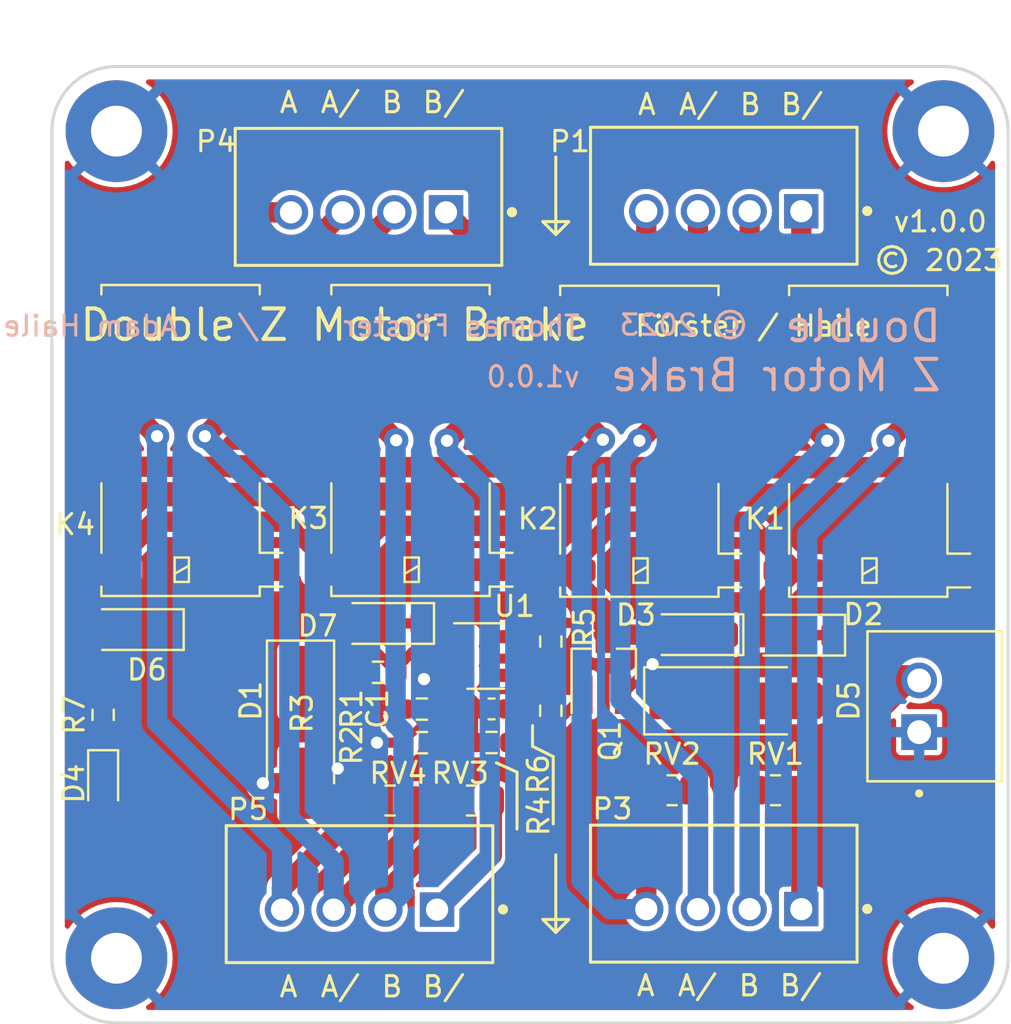
<source format=kicad_pcb>
(kicad_pcb (version 20221018) (generator pcbnew)
  (layers (0 "F.Cu" signal) (31 "B.Cu" signal) (34 "B.Paste" user) (35 "F.Paste" user) (36 "B.SilkS" user "B.Silkscreen") (37 "F.SilkS" user "F.Silkscreen") (38 "B.Mask" user) (39 "F.Mask" user) (44 "Edge.Cuts" user))
  (net 0 "")
  (net 1 "Net-(U1-Out)")
  (net 2 "Net-(U1-+)")
  (net 3 "Net-(D1-K)")
  (net 4 "GND")
  (net 5 "+24V")
  (net 6 "Net-(D2-A)")
  (net 7 "Net-(K1-Pad10)")
  (net 8 "Net-(D4-K)")
  (net 9 "Net-(P3-Pin_2)")
  (net 10 "Net-(P1-Pin_2)")
  (net 11 "Net-(P1-Pin_1)")
  (net 12 "Net-(K2-Pad10)")
  (net 13 "Net-(P3-Pin_1)")
  (net 14 "Net-(P3-Pin_3)")
  (net 15 "Net-(P1-Pin_3)")
  (net 16 "Net-(P1-Pin_4)")
  (net 17 "Net-(P3-Pin_4)")
  (net 18 "VDD")
  (net 19 "Net-(K3-Pad10)")
  (net 20 "Net-(P5-Pin_1)")
  (net 21 "Net-(P4-Pin_1)")
  (net 22 "Net-(P4-Pin_2)")
  (net 23 "Net-(P5-Pin_2)")
  (net 24 "Net-(K4-Pad10)")
  (net 25 "Net-(P5-Pin_3)")
  (net 26 "Net-(P4-Pin_3)")
  (net 27 "Net-(P4-Pin_4)")
  (net 28 "Net-(P5-Pin_4)")
  (net 29 "Net-(Q1-G)")
  (footprint "Capacitor_SMD:C_0603_1608Metric_Pad1.08x0.95mm_HandSolder" (layer "F.Cu") (at 77.4875 108.4 180)
    (fp_text reference "C1" (at 5.6055 0 90) (layer "F.SilkS"))
    (fp_text value "0.22uF")
    (fp_line (start -0.146267 -0.51) (end 0.146267 -0.51) (stroke (width 0.12)) (layer "F.SilkS"))
    (fp_line (start -0.146267 0.51) (end 0.146267 0.51) (stroke (width 0.12)) (layer "F.SilkS"))
    (pad "1" smd roundrect (at -0.8625 0 180) (size 1.075 0.95) (layers "F.Cu" "F.Paste" "F.Mask") (net 1 "Net-(U1-Out)"))
    (pad "2" smd roundrect (at 0.8625 0 180) (size 1.075 0.95) (layers "F.Cu" "F.Paste" "F.Mask") (net 2 "Net-(U1-+)"))
  )
  (footprint "Diode_SMD:D_SOD-123" (layer "F.Cu") (at 87.5 104.75 180)
    (fp_text reference "D3" (at 2.918 0.9656 180) (layer "F.SilkS"))
    (fp_text value "D_Schottky_ALT")
    (fp_line (start -2.36 -1) (end -2.36 1) (stroke (width 0.12)) (layer "F.SilkS"))
    (fp_line (start -2.36 -1) (end 1.65 -1) (stroke (width 0.12)) (layer "F.SilkS"))
    (fp_line (start -2.36 1) (end 1.65 1) (stroke (width 0.12)) (layer "F.SilkS"))
    (pad "1" smd roundrect (at -1.65 0 180) (size 0.9 1.2) (layers "F.Cu" "F.Paste" "F.Mask") (net 18 "VDD"))
    (pad "2" smd roundrect (at 1.65 0 180) (size 0.9 1.2) (layers "F.Cu" "F.Paste" "F.Mask") (net 6 "Net-(D2-A)"))
  )
  (footprint "LED_SMD:LED_0603_1608Metric_Pad1.05x0.95mm_HandSolder" (layer "F.Cu") (at 58.4 112.0875 -90)
    (fp_text reference "D4" (at -0.0227 1.4532 90) (layer "F.SilkS"))
    (fp_text value "LED")
    (fp_line (start -1.66 -0.735) (end -1.66 0.735) (stroke (width 0.12)) (layer "F.SilkS"))
    (fp_line (start -1.66 0.735) (end 0.8 0.735) (stroke (width 0.12)) (layer "F.SilkS"))
    (fp_line (start 0.8 -0.735) (end -1.66 -0.735) (stroke (width 0.12)) (layer "F.SilkS"))
    (pad "1" smd roundrect (at -0.875 0 270) (size 1.05 0.95) (layers "F.Cu" "F.Paste" "F.Mask") (net 8 "Net-(D4-K)"))
    (pad "2" smd roundrect (at 0.875 0 270) (size 1.05 0.95) (layers "F.Cu" "F.Paste" "F.Mask") (net 18 "VDD"))
  )
  (footprint "Diode_SMD:D_SMA_Handsoldering" (layer "F.Cu") (at 89.5 108)
    (fp_text reference "D5" (at 5.5468 0.0008 90) (layer "F.SilkS"))
    (fp_text value "D_ALT")
    (fp_line (start -4.51 -1.65) (end -4.51 1.65) (stroke (width 0.12)) (layer "F.SilkS"))
    (fp_line (start -4.51 -1.65) (end 2.5 -1.65) (stroke (width 0.12)) (layer "F.SilkS"))
    (fp_line (start -4.51 1.65) (end 2.5 1.65) (stroke (width 0.12)) (layer "F.SilkS"))
    (pad "1" smd roundrect (at -2.5 0) (size 3.5 1.8) (layers "F.Cu" "F.Paste" "F.Mask") (roundrect_rratio 0.1388888889) (net 18 "VDD"))
    (pad "2" smd roundrect (at 2.5 0) (size 3.5 1.8) (layers "F.Cu" "F.Paste" "F.Mask") (roundrect_rratio 0.1388888889) (net 5 "+24V"))
  )
  (footprint "MountingHole:MountingHole_2.5mm_Pad" (layer "F.Cu") (at 59.055 80.01)
    (fp_text reference "MH1" hide)
    (fp_text value "CONN_01X01" hide)
    (pad "1" thru_hole circle (at 0 0) (size 5 5) (drill 2.5) (layers "*.Cu" "*.Mask") (net 4 "GND"))
  )
  (footprint "MountingHole:MountingHole_2.5mm_Pad" (layer "F.Cu") (at 99.695 80.01)
    (fp_text reference "MH2" hide)
    (fp_text value "CONN_01X01" hide)
    (pad "1" thru_hole circle (at 0 0) (size 5 5) (drill 2.5) (layers "*.Cu" "*.Mask") (net 4 "GND"))
  )
  (footprint "MountingHole:MountingHole_2.5mm_Pad" (layer "F.Cu") (at 59.055 120.65)
    (fp_text reference "MH3" hide)
    (fp_text value "CONN_01X01" hide)
    (pad "1" thru_hole circle (at 0 0) (size 5 5) (drill 2.5) (layers "*.Cu" "*.Mask") (net 4 "GND"))
  )
  (footprint "MountingHole:MountingHole_2.5mm_Pad" (layer "F.Cu") (at 99.695 120.65)
    (fp_text reference "MH4" hide)
    (fp_text value "CONN_01X01" hide)
    (pad "1" thru_hole circle (at 0 0) (size 5 5) (drill 2.5) (layers "*.Cu" "*.Mask") (net 4 "GND"))
  )
  (footprint "Molex:MOLEX_0705430001" (layer "F.Cu") (at 98.5 108.27 -90)
    (fp_text reference "P2" hide)
    (fp_text value "CONN_01X02")
    (fp_line (start -3.685 -4.06) (end 3.685 -4.06) (stroke (width 0.127)) (layer "F.SilkS"))
    (fp_line (start -3.685 2.54) (end -3.685 -4.06) (stroke (width 0.127)) (layer "F.SilkS"))
    (fp_line (start 3.685 -4.06) (end 3.685 2.54) (stroke (width 0.127)) (layer "F.SilkS"))
    (fp_line (start 3.685 2.54) (end -3.685 2.54) (stroke (width 0.127)) (layer "F.SilkS"))
    (fp_circle (center 4.28 0) (end 4.38 0) (stroke (width 0.2)) (fill none) (layer "F.SilkS"))
    (pad "1" thru_hole rect (at 1.27 0 270) (size 1.755 1.755) (drill 1.17) (layers "*.Cu" "*.Mask") (net 4 "GND"))
    (pad "2" thru_hole circle (at -1.27 0 270) (size 1.755 1.755) (drill 1.17) (layers "*.Cu" "*.Mask") (net 5 "+24V"))
  )
  (footprint "Package_TO_SOT_SMD:SOT-23_Handsoldering" (layer "F.Cu") (at 83 106.2 90)
    (fp_text reference "Q1" (at -3.782 0.312 90) (layer "F.SilkS"))
    (fp_text value "2N7002")
    (fp_line (start 0.76 -1.58) (end -2.4 -1.58) (stroke (width 0.12)) (layer "F.SilkS"))
    (fp_line (start 0.76 -1.58) (end 0.76 -0.65) (stroke (width 0.12)) (layer "F.SilkS"))
    (fp_line (start 0.76 1.58) (end -0.7 1.58) (stroke (width 0.12)) (layer "F.SilkS"))
    (fp_line (start 0.76 1.58) (end 0.76 0.65) (stroke (width 0.12)) (layer "F.SilkS"))
    (pad "1" smd rect (at -1.5 -0.95 90) (size 1.9 0.8) (layers "F.Cu" "F.Paste" "F.Mask") (net 29 "Net-(Q1-G)"))
    (pad "2" smd rect (at -1.5 0.95 90) (size 1.9 0.8) (layers "F.Cu" "F.Paste" "F.Mask") (net 4 "GND"))
    (pad "3" smd rect (at 1.5 0 90) (size 1.9 0.8) (layers "F.Cu" "F.Paste" "F.Mask") (net 6 "Net-(D2-A)"))
  )
  (footprint "Resistor_SMD:R_0603_1608Metric_Pad0.98x0.95mm_HandSolder" (layer "F.Cu") (at 74.0664 110.0572 180)
    (fp_text reference "R2" (at 3.4544 -0.128 90) (layer "F.SilkS"))
    (fp_text value "10k")
    (fp_line (start -0.254724 -0.5225) (end 0.254724 -0.5225) (stroke (width 0.12)) (layer "F.SilkS"))
    (fp_line (start -0.254724 0.5225) (end 0.254724 0.5225) (stroke (width 0.12)) (layer "F.SilkS"))
    (pad "1" smd roundrect (at -0.9125 0 180) (size 0.975 0.95) (layers "F.Cu" "F.Paste" "F.Mask") (net 2 "Net-(U1-+)"))
    (pad "2" smd roundrect (at 0.9125 0 180) (size 0.975 0.95) (layers "F.Cu" "F.Paste" "F.Mask") (net 4 "GND"))
  )
  (footprint "Resistor_SMD:R_0603_1608Metric_Pad0.98x0.95mm_HandSolder" (layer "F.Cu") (at 71.9074 106.6)
    (fp_text reference "R3" (at -3.7338 2.0104 90) (layer "F.SilkS"))
    (fp_text value "10k")
    (fp_line (start -0.254724 -0.5225) (end 0.254724 -0.5225) (stroke (width 0.12)) (layer "F.SilkS"))
    (fp_line (start -0.254724 0.5225) (end 0.254724 0.5225) (stroke (width 0.12)) (layer "F.SilkS"))
    (pad "1" smd roundrect (at -0.9125 0) (size 0.975 0.95) (layers "F.Cu" "F.Paste" "F.Mask") (net 18 "VDD"))
    (pad "2" smd roundrect (at 0.9125 0) (size 0.975 0.95) (layers "F.Cu" "F.Paste" "F.Mask") (net 3 "Net-(D1-K)"))
  )
  (footprint "Resistor_SMD:R_0603_1608Metric_Pad0.98x0.95mm_HandSolder" (layer "F.Cu") (at 77.4875 110.05 180)
    (fp_text reference "R4" (at -2.3193 -3.615 90) (layer "F.SilkS"))
    (fp_text value "180k")
    (fp_line (start -0.254724 -0.5225) (end 0.254724 -0.5225) (stroke (width 0.12)) (layer "F.SilkS"))
    (fp_line (start -0.254724 0.5225) (end 0.254724 0.5225) (stroke (width 0.12)) (layer "F.SilkS"))
    (pad "1" smd roundrect (at -0.9125 0 180) (size 0.975 0.95) (layers "F.Cu" "F.Paste" "F.Mask") (net 1 "Net-(U1-Out)"))
    (pad "2" smd roundrect (at 0.9125 0 180) (size 0.975 0.95) (layers "F.Cu" "F.Paste" "F.Mask") (net 2 "Net-(U1-+)"))
  )
  (footprint "Resistor_SMD:R_0603_1608Metric_Pad0.98x0.95mm_HandSolder" (layer "F.Cu") (at 80.4 105.0875 -90)
    (fp_text reference "R5" (at -0.6935 -1.642 90) (layer "F.SilkS"))
    (fp_text value "10k")
    (fp_line (start -0.254724 -0.5225) (end 0.254724 -0.5225) (stroke (width 0.12)) (layer "F.SilkS"))
    (fp_line (start -0.254724 0.5225) (end 0.254724 0.5225) (stroke (width 0.12)) (layer "F.SilkS"))
    (pad "1" smd roundrect (at -0.9125 0 270) (size 0.975 0.95) (layers "F.Cu" "F.Paste" "F.Mask") (net 18 "VDD"))
    (pad "2" smd roundrect (at 0.9125 0 270) (size 0.975 0.95) (layers "F.Cu" "F.Paste" "F.Mask") (net 1 "Net-(U1-Out)"))
  )
  (footprint "Resistor_SMD:R_0603_1608Metric_Pad0.98x0.95mm_HandSolder" (layer "F.Cu") (at 80.4 108.4875 90)
    (fp_text reference "R6" (at -3.1201 -0.6186 90) (layer "F.SilkS"))
    (fp_text value "10k")
    (fp_line (start -0.254724 -0.5225) (end 0.254724 -0.5225) (stroke (width 0.12)) (layer "F.SilkS"))
    (fp_line (start -0.254724 0.5225) (end 0.254724 0.5225) (stroke (width 0.12)) (layer "F.SilkS"))
    (pad "1" smd roundrect (at -0.9125 0 90) (size 0.975 0.95) (layers "F.Cu" "F.Paste" "F.Mask") (net 29 "Net-(Q1-G)"))
    (pad "2" smd roundrect (at 0.9125 0 90) (size 0.975 0.95) (layers "F.Cu" "F.Paste" "F.Mask") (net 1 "Net-(U1-Out)"))
  )
  (footprint "Resistor_SMD:R_0603_1608Metric_Pad0.98x0.95mm_HandSolder" (layer "F.Cu") (at 58.4 108.6875 90)
    (fp_text reference "R7" (at 0 -1.43 90) (layer "F.SilkS"))
    (fp_text value "3.3k")
    (fp_line (start -0.254724 -0.5225) (end 0.254724 -0.5225) (stroke (width 0.12)) (layer "F.SilkS"))
    (fp_line (start -0.254724 0.5225) (end 0.254724 0.5225) (stroke (width 0.12)) (layer "F.SilkS"))
    (pad "1" smd roundrect (at -0.9125 0 90) (size 0.975 0.95) (layers "F.Cu" "F.Paste" "F.Mask") (net 8 "Net-(D4-K)"))
    (pad "2" smd roundrect (at 0.9125 0 90) (size 0.975 0.95) (layers "F.Cu" "F.Paste" "F.Mask") (net 6 "Net-(D2-A)"))
  )
  (footprint "Resistor_SMD:R_0805_2012Metric_Pad1.20x1.40mm_HandSolder" (layer "F.Cu") (at 91.44 112.395 180)
    (fp_text reference "RV1" (at 0 1.778) (layer "F.SilkS"))
    (fp_text value "M2012C390")
    (fp_line (start -0.227064 -0.735) (end 0.227064 -0.735) (stroke (width 0.12)) (layer "F.SilkS"))
    (fp_line (start -0.227064 0.735) (end 0.227064 0.735) (stroke (width 0.12)) (layer "F.SilkS"))
    (pad "1" smd roundrect (at -1 0 180) (size 1.2 1.4) (layers "F.Cu" "F.Paste" "F.Mask") (roundrect_rratio 0.2083333333) (net 13 "Net-(P3-Pin_1)"))
    (pad "2" smd roundrect (at 1 0 180) (size 1.2 1.4) (layers "F.Cu" "F.Paste" "F.Mask") (roundrect_rratio 0.2083333333) (net 9 "Net-(P3-Pin_2)"))
  )
  (footprint "Resistor_SMD:R_0805_2012Metric_Pad1.20x1.40mm_HandSolder" (layer "F.Cu") (at 86.36 112.395 180)
    (fp_text reference "RV2" (at 0 1.778) (layer "F.SilkS"))
    (fp_text value "M2012C390")
    (fp_line (start -0.227064 -0.735) (end 0.227064 -0.735) (stroke (width 0.12)) (layer "F.SilkS"))
    (fp_line (start -0.227064 0.735) (end 0.227064 0.735) (stroke (width 0.12)) (layer "F.SilkS"))
    (pad "1" smd roundrect (at -1 0 180) (size 1.2 1.4) (layers "F.Cu" "F.Paste" "F.Mask") (roundrect_rratio 0.2083333333) (net 14 "Net-(P3-Pin_3)"))
    (pad "2" smd roundrect (at 1 0 180) (size 1.2 1.4) (layers "F.Cu" "F.Paste" "F.Mask") (roundrect_rratio 0.2083333333) (net 17 "Net-(P3-Pin_4)"))
  )
  (footprint "Package_TO_SOT_SMD:SOT-23-5_HandSoldering" (layer "F.Cu") (at 77.2 105.8)
    (fp_text reference "U1" (at 1.413 -2.4474) (layer "F.SilkS"))
    (fp_text value "LM397")
    (fp_line (start -0.9 1.61) (end 0.9 1.61) (stroke (width 0.12)) (layer "F.SilkS"))
    (fp_line (start 0.9 -1.61) (end -1.55 -1.61) (stroke (width 0.12)) (layer "F.SilkS"))
    (pad "1" smd rect (at -1.35 -0.95) (size 1.56 0.65) (layers "F.Cu" "F.Paste" "F.Mask") (net 3 "Net-(D1-K)"))
    (pad "2" smd rect (at -1.35 0) (size 1.56 0.65) (layers "F.Cu" "F.Paste" "F.Mask") (net 4 "GND"))
    (pad "3" smd rect (at -1.35 0.95) (size 1.56 0.65) (layers "F.Cu" "F.Paste" "F.Mask") (net 2 "Net-(U1-+)"))
    (pad "4" smd rect (at 1.35 0.95) (size 1.56 0.65) (layers "F.Cu" "F.Paste" "F.Mask") (net 1 "Net-(U1-Out)"))
    (pad "5" smd rect (at 1.35 -0.95) (size 1.56 0.65) (layers "F.Cu" "F.Paste" "F.Mask") (net 18 "VDD"))
  )
  (footprint "Molex:Molex-70543-0038-0-0-MFG" (layer "F.Cu") (at 88.9 83.185)
    (fp_text reference "P1" (at -8.636 -2.667) (layer "F.SilkS") (effects (justify left)))
    (fp_text value "CONN_01X04" hide)
    (fp_line (start -6.55 -3.365) (end 6.55 -3.365) (stroke (width 0.15)) (layer "F.SilkS"))
    (fp_line (start -6.55 3.365) (end -6.55 -3.365) (stroke (width 0.15)) (layer "F.SilkS"))
    (fp_line (start -6.55 3.365) (end 6.55 3.365) (stroke (width 0.15)) (layer "F.SilkS"))
    (fp_line (start 6.55 3.365) (end 6.55 -3.365) (stroke (width 0.15)) (layer "F.SilkS"))
    (fp_circle (center 7.05 0.75) (end 7.175 0.75) (stroke (width 0.25)) (fill none) (layer "F.SilkS"))
    (pad "1" thru_hole rect (at 3.81 0.76) (size 1.69 1.69) (drill 1.09) (layers "*.Cu" "*.Mask") (net 11 "Net-(P1-Pin_1)"))
    (pad "2" thru_hole circle (at 1.27 0.76) (size 1.69 1.69) (drill 1.09) (layers "*.Cu" "*.Mask") (net 10 "Net-(P1-Pin_2)"))
    (pad "3" thru_hole circle (at -1.27 0.76) (size 1.69 1.69) (drill 1.09) (layers "*.Cu" "*.Mask") (net 15 "Net-(P1-Pin_3)"))
    (pad "4" thru_hole circle (at -3.81 0.76) (size 1.69 1.69) (drill 1.09) (layers "*.Cu" "*.Mask") (net 16 "Net-(P1-Pin_4)"))
  )
  (footprint "Diode_SMD:D_SMA_Handsoldering" (layer "F.Cu") (at 68.1 109.55 -90)
    (fp_text reference "D1" (at -1.5492 2.441 90) (layer "F.SilkS"))
    (fp_text value "10.0 V ZENER")
    (fp_line (start -4.51 -1.65) (end -4.51 1.65) (stroke (width 0.12)) (layer "F.SilkS"))
    (fp_line (start -4.51 -1.65) (end 2.5 -1.65) (stroke (width 0.12)) (layer "F.SilkS"))
    (fp_line (start -4.51 1.65) (end 2.5 1.65) (stroke (width 0.12)) (layer "F.SilkS"))
    (pad "1" smd roundrect (at -2.5 0 270) (size 3.5 1.8) (layers "F.Cu" "F.Paste" "F.Mask") (roundrect_rratio 0.1388888889) (net 3 "Net-(D1-K)"))
    (pad "2" smd roundrect (at 2.5 0 270) (size 3.5 1.8) (layers "F.Cu" "F.Paste" "F.Mask") (roundrect_rratio 0.1388888889) (net 4 "GND"))
  )
  (footprint "Diode_SMD:D_SOD-123" (layer "F.Cu") (at 92.5 104.775 180)
    (fp_text reference "D2" (at -3.258 1.016 180) (layer "F.SilkS"))
    (fp_text value "D_Schottky_ALT")
    (fp_line (start -2.36 -1) (end -2.36 1) (stroke (width 0.12)) (layer "F.SilkS"))
    (fp_line (start -2.36 -1) (end 1.65 -1) (stroke (width 0.12)) (layer "F.SilkS"))
    (fp_line (start -2.36 1) (end 1.65 1) (stroke (width 0.12)) (layer "F.SilkS"))
    (pad "1" smd roundrect (at -1.65 0 180) (size 0.9 1.2) (layers "F.Cu" "F.Paste" "F.Mask") (net 18 "VDD"))
    (pad "2" smd roundrect (at 1.65 0 180) (size 0.9 1.2) (layers "F.Cu" "F.Paste" "F.Mask") (net 6 "Net-(D2-A)"))
  )
  (footprint "Molex:Molex-70543-0038-0-0-MFG" (layer "F.Cu") (at 88.9 117.475)
    (fp_text reference "P3" (at -6.55 -4.164999) (layer "F.SilkS") (effects (justify left)))
    (fp_text value "CONN_01X04" hide)
    (fp_line (start -6.55 -3.365) (end 6.55 -3.365) (stroke (width 0.15)) (layer "F.SilkS"))
    (fp_line (start -6.55 3.365) (end -6.55 -3.365) (stroke (width 0.15)) (layer "F.SilkS"))
    (fp_line (start -6.55 3.365) (end 6.55 3.365) (stroke (width 0.15)) (layer "F.SilkS"))
    (fp_line (start 6.55 3.365) (end 6.55 -3.365) (stroke (width 0.15)) (layer "F.SilkS"))
    (fp_circle (center 7.05 0.75) (end 7.175 0.75) (stroke (width 0.25)) (fill none) (layer "F.SilkS"))
    (pad "1" thru_hole rect (at 3.81 0.76) (size 1.69 1.69) (drill 1.09) (layers "*.Cu" "*.Mask") (net 13 "Net-(P3-Pin_1)"))
    (pad "2" thru_hole circle (at 1.27 0.76) (size 1.69 1.69) (drill 1.09) (layers "*.Cu" "*.Mask") (net 9 "Net-(P3-Pin_2)"))
    (pad "3" thru_hole circle (at -1.27 0.76) (size 1.69 1.69) (drill 1.09) (layers "*.Cu" "*.Mask") (net 14 "Net-(P3-Pin_3)"))
    (pad "4" thru_hole circle (at -3.81 0.76) (size 1.69 1.69) (drill 1.09) (layers "*.Cu" "*.Mask") (net 17 "Net-(P3-Pin_4)"))
  )
  (footprint "Resistor_SMD:R_0603_1608Metric_Pad0.98x0.95mm_HandSolder" (layer "F.Cu") (at 74.0664 108.4072)
    (fp_text reference "R1" (at -3.4544 0 90) (layer "F.SilkS"))
    (fp_text value "12.4k")
    (fp_line (start -0.254724 -0.5225) (end 0.254724 -0.5225) (stroke (width 0.12)) (layer "F.SilkS"))
    (fp_line (start -0.254724 0.5225) (end 0.254724 0.5225) (stroke (width 0.12)) (layer "F.SilkS"))
    (pad "1" smd roundrect (at -0.9125 0) (size 0.975 0.95) (layers "F.Cu" "F.Paste" "F.Mask") (net 18 "VDD"))
    (pad "2" smd roundrect (at 0.9125 0) (size 0.975 0.95) (layers "F.Cu" "F.Paste" "F.Mask") (net 2 "Net-(U1-+)"))
  )
  (footprint "Relay_SMD:Relay_DPDT_Kemet_EE2_NU" (layer "F.Cu") (at 96 95.25 180)
    (fp_text reference "K1" (at 5.068 -3.81 180) (layer "F.SilkS"))
    (fp_text value "EC2-24NU")
    (fp_line (start -3.89 -7.64) (end -3.89 -7.18) (stroke (width 0.12)) (layer "F.SilkS"))
    (fp_line (start -3.89 -7.18) (end -5.01 -7.18) (stroke (width 0.12)) (layer "F.SilkS"))
    (fp_line (start -3.89 -5.52) (end -5.01 -5.52) (stroke (width 0.12)) (layer "F.SilkS"))
    (fp_line (start -3.89 -5.52) (end -3.89 -2.1) (stroke (width 0.12)) (layer "F.SilkS"))
    (fp_line (start -3.89 7.18) (end -3.89 7.64) (stroke (width 0.12)) (layer "F.SilkS"))
    (fp_line (start -0.41 -6.95) (end -0.41 -5.75) (stroke (width 0.12)) (layer "F.SilkS"))
    (fp_line (start -0.41 -6.15) (end 0.29 -6.55) (stroke (width 0.12)) (layer "F.SilkS"))
    (fp_line (start -0.41 -5.75) (end 0.29 -5.75) (stroke (width 0.12)) (layer "F.SilkS"))
    (fp_line (start 0.29 -6.95) (end -0.41 -6.95) (stroke (width 0.12)) (layer "F.SilkS"))
    (fp_line (start 0.29 -5.75) (end 0.29 -6.95) (stroke (width 0.12)) (layer "F.SilkS"))
    (fp_line (start 3.89 -7.64) (end -3.89 -7.64) (stroke (width 0.12)) (layer "F.SilkS"))
    (fp_line (start 3.89 -7.64) (end 3.89 -7.18) (stroke (width 0.12)) (layer "F.SilkS"))
    (fp_line (start 3.89 -5.52) (end 3.89 -2.1) (stroke (width 0.12)) (layer "F.SilkS"))
    (fp_line (start 3.89 7.18) (end 3.89 7.64) (stroke (width 0.12)) (layer "F.SilkS"))
    (fp_line (start 3.89 7.64) (end -3.89 7.64) (stroke (width 0.12)) (layer "F.SilkS"))
    (pad "1" smd roundrect (at -3.645 -6.35 90) (size 1.11 3) (layers "F.Cu" "F.Paste" "F.Mask") (roundrect_rratio 0.225) (net 18 "VDD"))
    (pad "3" smd roundrect (at -3.645 -1.27 90) (size 1.11 3) (layers "F.Cu" "F.Paste" "F.Mask") (roundrect_rratio 0.225) (net 7 "Net-(K1-Pad10)"))
    (pad "4" smd roundrect (at -3.645 1.27 90) (size 1.11 3) (layers "F.Cu" "F.Paste" "F.Mask") (roundrect_rratio 0.225) (net 13 "Net-(P3-Pin_1)"))
    (pad "5" smd roundrect (at -3.645 3.81 90) (size 1.11 3) (layers "F.Cu" "F.Paste" "F.Mask") (roundrect_rratio 0.225) (net 11 "Net-(P1-Pin_1)"))
    (pad "8" smd roundrect (at 3.645 3.81 90) (size 1.11 3) (layers "F.Cu" "F.Paste" "F.Mask") (roundrect_rratio 0.225) (net 10 "Net-(P1-Pin_2)"))
    (pad "9" smd roundrect (at 3.645 1.27 90) (size 1.11 3) (layers "F.Cu" "F.Paste" "F.Mask") (roundrect_rratio 0.225) (net 9 "Net-(P3-Pin_2)"))
    (pad "10" smd roundrect (at 3.645 -1.27 90) (size 1.11 3) (layers "F.Cu" "F.Paste" "F.Mask") (roundrect_rratio 0.225) (net 7 "Net-(K1-Pad10)"))
    (pad "12" smd roundrect (at 3.645 -6.35 90) (size 1.11 3) (layers "F.Cu" "F.Paste" "F.Mask") (roundrect_rratio 0.225) (net 6 "Net-(D2-A)"))
  )
  (footprint "Relay_SMD:Relay_DPDT_Kemet_EE2_NU" (layer "F.Cu") (at 84.75 95.25 180)
    (fp_text reference "K2" (at 4.994 -3.81 180) (layer "F.SilkS"))
    (fp_text value "EC2-24NU")
    (fp_line (start -3.89 -7.64) (end -3.89 -7.18) (stroke (width 0.12)) (layer "F.SilkS"))
    (fp_line (start -3.89 -7.18) (end -5.01 -7.18) (stroke (width 0.12)) (layer "F.SilkS"))
    (fp_line (start -3.89 -5.52) (end -5.01 -5.52) (stroke (width 0.12)) (layer "F.SilkS"))
    (fp_line (start -3.89 -5.52) (end -3.89 -2.1) (stroke (width 0.12)) (layer "F.SilkS"))
    (fp_line (start -3.89 7.18) (end -3.89 7.64) (stroke (width 0.12)) (layer "F.SilkS"))
    (fp_line (start -0.41 -6.95) (end -0.41 -5.75) (stroke (width 0.12)) (layer "F.SilkS"))
    (fp_line (start -0.41 -6.15) (end 0.29 -6.55) (stroke (width 0.12)) (layer "F.SilkS"))
    (fp_line (start -0.41 -5.75) (end 0.29 -5.75) (stroke (width 0.12)) (layer "F.SilkS"))
    (fp_line (start 0.29 -6.95) (end -0.41 -6.95) (stroke (width 0.12)) (layer "F.SilkS"))
    (fp_line (start 0.29 -5.75) (end 0.29 -6.95) (stroke (width 0.12)) (layer "F.SilkS"))
    (fp_line (start 3.89 -7.64) (end -3.89 -7.64) (stroke (width 0.12)) (layer "F.SilkS"))
    (fp_line (start 3.89 -7.64) (end 3.89 -7.18) (stroke (width 0.12)) (layer "F.SilkS"))
    (fp_line (start 3.89 -5.52) (end 3.89 -2.1) (stroke (width 0.12)) (layer "F.SilkS"))
    (fp_line (start 3.89 7.18) (end 3.89 7.64) (stroke (width 0.12)) (layer "F.SilkS"))
    (fp_line (start 3.89 7.64) (end -3.89 7.64) (stroke (width 0.12)) (layer "F.SilkS"))
    (pad "1" smd roundrect (at -3.645 -6.35 90) (size 1.11 3) (layers "F.Cu" "F.Paste" "F.Mask") (roundrect_rratio 0.225) (net 18 "VDD"))
    (pad "3" smd roundrect (at -3.645 -1.27 90) (size 1.11 3) (layers "F.Cu" "F.Paste" "F.Mask") (roundrect_rratio 0.225) (net 12 "Net-(K2-Pad10)"))
    (pad "4" smd roundrect (at -3.645 1.27 90) (size 1.11 3) (layers "F.Cu" "F.Paste" "F.Mask") (roundrect_rratio 0.225) (net 14 "Net-(P3-Pin_3)"))
    (pad "5" smd roundrect (at -3.645 3.81 90) (size 1.11 3) (layers "F.Cu" "F.Paste" "F.Mask") (roundrect_rratio 0.225) (net 15 "Net-(P1-Pin_3)"))
    (pad "8" smd roundrect (at 3.645 3.81 90) (size 1.11 3) (layers "F.Cu" "F.Paste" "F.Mask") (roundrect_rratio 0.225) (net 16 "Net-(P1-Pin_4)"))
    (pad "9" smd roundrect (at 3.645 1.27 90) (size 1.11 3) (layers "F.Cu" "F.Paste" "F.Mask") (roundrect_rratio 0.225) (net 17 "Net-(P3-Pin_4)"))
    (pad "10" smd roundrect (at 3.645 -1.27 90) (size 1.11 3) (layers "F.Cu" "F.Paste" "F.Mask") (roundrect_rratio 0.225) (net 12 "Net-(K2-Pad10)"))
    (pad "12" smd roundrect (at 3.645 -6.35 90) (size 1.11 3) (layers "F.Cu" "F.Paste" "F.Mask") (roundrect_rratio 0.225) (net 6 "Net-(D2-A)"))
  )
  (footprint "Resistor_SMD:R_0805_2012Metric_Pad1.20x1.40mm_HandSolder" (layer "F.Cu") (at 72.5 112.9 180)
    (fp_text reference "RV4" (at -0.398 1.3432) (layer "F.SilkS"))
    (fp_text value "M2012C390")
    (fp_line (start -0.227064 -0.735) (end 0.227064 -0.735) (stroke (width 0.12)) (layer "F.SilkS"))
    (fp_line (start -0.227064 0.735) (end 0.227064 0.735) (stroke (width 0.12)) (layer "F.SilkS"))
    (pad "1" smd roundrect (at -1 0 180) (size 1.2 1.4) (layers "F.Cu" "F.Paste" "F.Mask") (roundrect_rratio 0.2083333333) (net 25 "Net-(P5-Pin_3)"))
    (pad "2" smd roundrect (at 1 0 180) (size 1.2 1.4) (layers "F.Cu" "F.Paste" "F.Mask") (roundrect_rratio 0.2083333333) (net 28 "Net-(P5-Pin_4)"))
  )
  (footprint "Molex:Molex-70543-0038-0-0-MFG" (layer "F.Cu") (at 71.44 83.24)
    (fp_text reference "P4" (at -8.575 -2.722) (layer "F.SilkS") (effects (justify left)))
    (fp_text value "CONN_01X04" hide)
    (fp_line (start -6.55 -3.365) (end 6.55 -3.365) (stroke (width 0.15)) (layer "F.SilkS"))
    (fp_line (start -6.55 3.365) (end -6.55 -3.365) (stroke (width 0.15)) (layer "F.SilkS"))
    (fp_line (start -6.55 3.365) (end 6.55 3.365) (stroke (width 0.15)) (layer "F.SilkS"))
    (fp_line (start 6.55 3.365) (end 6.55 -3.365) (stroke (width 0.15)) (layer "F.SilkS"))
    (fp_circle (center 7.05 0.75) (end 7.175 0.75) (stroke (width 0.25)) (fill none) (layer "F.SilkS"))
    (pad "1" thru_hole rect (at 3.81 0.76) (size 1.69 1.69) (drill 1.09) (layers "*.Cu" "*.Mask") (net 21 "Net-(P4-Pin_1)"))
    (pad "2" thru_hole circle (at 1.27 0.76) (size 1.69 1.69) (drill 1.09) (layers "*.Cu" "*.Mask") (net 22 "Net-(P4-Pin_2)"))
    (pad "3" thru_hole circle (at -1.27 0.76) (size 1.69 1.69) (drill 1.09) (layers "*.Cu" "*.Mask") (net 26 "Net-(P4-Pin_3)"))
    (pad "4" thru_hole circle (at -3.81 0.76) (size 1.69 1.69) (drill 1.09) (layers "*.Cu" "*.Mask") (net 27 "Net-(P4-Pin_4)"))
  )
  (footprint "Relay_SMD:Relay_DPDT_Kemet_EE2_NU" (layer "F.Cu") (at 62.205 95.21 180)
    (fp_text reference "K4" (at 5.182 -4.1294) (layer "F.SilkS"))
    (fp_text value "EC2-24NU")
    (fp_line (start -3.89 -7.64) (end -3.89 -7.18) (stroke (width 0.12)) (layer "F.SilkS"))
    (fp_line (start -3.89 -7.18) (end -5.01 -7.18) (stroke (width 0.12)) (layer "F.SilkS"))
    (fp_line (start -3.89 -5.52) (end -5.01 -5.52) (stroke (width 0.12)) (layer "F.SilkS"))
    (fp_line (start -3.89 -5.52) (end -3.89 -2.1) (stroke (width 0.12)) (layer "F.SilkS"))
    (fp_line (start -3.89 7.18) (end -3.89 7.64) (stroke (width 0.12)) (layer "F.SilkS"))
    (fp_line (start -0.41 -6.95) (end -0.41 -5.75) (stroke (width 0.12)) (layer "F.SilkS"))
    (fp_line (start -0.41 -6.15) (end 0.29 -6.55) (stroke (width 0.12)) (layer "F.SilkS"))
    (fp_line (start -0.41 -5.75) (end 0.29 -5.75) (stroke (width 0.12)) (layer "F.SilkS"))
    (fp_line (start 0.29 -6.95) (end -0.41 -6.95) (stroke (width 0.12)) (layer "F.SilkS"))
    (fp_line (start 0.29 -5.75) (end 0.29 -6.95) (stroke (width 0.12)) (layer "F.SilkS"))
    (fp_line (start 3.89 -7.64) (end -3.89 -7.64) (stroke (width 0.12)) (layer "F.SilkS"))
    (fp_line (start 3.89 -7.64) (end 3.89 -7.18) (stroke (width 0.12)) (layer "F.SilkS"))
    (fp_line (start 3.89 -5.52) (end 3.89 -2.1) (stroke (width 0.12)) (layer "F.SilkS"))
    (fp_line (start 3.89 7.18) (end 3.89 7.64) (stroke (width 0.12)) (layer "F.SilkS"))
    (fp_line (start 3.89 7.64) (end -3.89 7.64) (stroke (width 0.12)) (layer "F.SilkS"))
    (pad "1" smd roundrect (at -3.645 -6.35 90) (size 1.11 3) (layers "F.Cu" "F.Paste" "F.Mask") (roundrect_rratio 0.225) (net 18 "VDD"))
    (pad "3" smd roundrect (at -3.645 -1.27 90) (size 1.11 3) (layers "F.Cu" "F.Paste" "F.Mask") (roundrect_rratio 0.225) (net 24 "Net-(K4-Pad10)"))
    (pad "4" smd roundrect (at -3.645 1.27 90) (size 1.11 3) (layers "F.Cu" "F.Paste" "F.Mask") (roundrect_rratio 0.225) (net 25 "Net-(P5-Pin_3)"))
    (pad "5" smd roundrect (at -3.645 3.81 90) (size 1.11 3) (layers "F.Cu" "F.Paste" "F.Mask") (roundrect_rratio 0.225) (net 26 "Net-(P4-Pin_3)"))
    (pad "8" smd roundrect (at 3.645 3.81 90) (size 1.11 3) (layers "F.Cu" "F.Paste" "F.Mask") (roundrect_rratio 0.225) (net 27 "Net-(P4-Pin_4)"))
    (pad "9" smd roundrect (at 3.645 1.27 90) (size 1.11 3) (layers "F.Cu" "F.Paste" "F.Mask") (roundrect_rratio 0.225) (net 28 "Net-(P5-Pin_4)"))
    (pad "10" smd roundrect (at 3.645 -1.27 90) (size 1.11 3) (layers "F.Cu" "F.Paste" "F.Mask") (roundrect_rratio 0.225) (net 24 "Net-(K4-Pad10)"))
    (pad "12" smd roundrect (at 3.645 -6.35 90) (size 1.11 3) (layers "F.Cu" "F.Paste" "F.Mask") (roundrect_rratio 0.225) (net 6 "Net-(D2-A)"))
  )
  (footprint "Diode_SMD:D_SOD-123" (layer "F.Cu") (at 72.3 104.2 180)
    (fp_text reference "D7" (at 3.3644 -0.1178) (layer "F.SilkS"))
    (fp_text value "D_Schottky_ALT")
    (fp_line (start -2.36 -1) (end -2.36 1) (stroke (width 0.12)) (layer "F.SilkS"))
    (fp_line (start -2.36 -1) (end 1.65 -1) (stroke (width 0.12)) (layer "F.SilkS"))
    (fp_line (start -2.36 1) (end 1.65 1) (stroke (width 0.12)) (layer "F.SilkS"))
    (pad "1" smd roundrect (at -1.65 0 180) (size 0.9 1.2) (layers "F.Cu" "F.Paste" "F.Mask") (net 18 "VDD"))
    (pad "2" smd roundrect (at 1.65 0 180) (size 0.9 1.2) (layers "F.Cu" "F.Paste" "F.Mask") (net 6 "Net-(D2-A)"))
  )
  (footprint "Molex:Molex-70543-0038-0-0-MFG" (layer "F.Cu") (at 71 117.5)
    (fp_text reference "P5" (at -6.55 -4.164999) (layer "F.SilkS") (effects (justify left)))
    (fp_text value "CONN_01X04" hide)
    (fp_line (start -6.55 -3.365) (end 6.55 -3.365) (stroke (width 0.15)) (layer "F.SilkS"))
    (fp_line (start -6.55 3.365) (end -6.55 -3.365) (stroke (width 0.15)) (layer "F.SilkS"))
    (fp_line (start -6.55 3.365) (end 6.55 3.365) (stroke (width 0.15)) (layer "F.SilkS"))
    (fp_line (start 6.55 3.365) (end 6.55 -3.365) (stroke (width 0.15)) (layer "F.SilkS"))
    (fp_circle (center 7.05 0.75) (end 7.175 0.75) (stroke (width 0.25)) (fill none) (layer "F.SilkS"))
    (pad "1" thru_hole rect (at 3.81 0.76) (size 1.69 1.69) (drill 1.09) (layers "*.Cu" "*.Mask") (net 20 "Net-(P5-Pin_1)"))
    (pad "2" thru_hole circle (at 1.27 0.76) (size 1.69 1.69) (drill 1.09) (layers "*.Cu" "*.Mask") (net 23 "Net-(P5-Pin_2)"))
    (pad "3" thru_hole circle (at -1.27 0.76) (size 1.69 1.69) (drill 1.09) (layers "*.Cu" "*.Mask") (net 25 "Net-(P5-Pin_3)"))
    (pad "4" thru_hole circle (at -3.81 0.76) (size 1.69 1.69) (drill 1.09) (layers "*.Cu" "*.Mask") (net 28 "Net-(P5-Pin_4)"))
  )
  (footprint "Diode_SMD:D_SOD-123" (layer "F.Cu") (at 60 104.5 180)
    (fp_text reference "D6" (at -0.5536 -1.9768) (layer "F.SilkS"))
    (fp_text value "D_Schottky_ALT")
    (fp_line (start -2.36 -1) (end -2.36 1) (stroke (width 0.12)) (layer "F.SilkS"))
    (fp_line (start -2.36 -1) (end 1.65 -1) (stroke (width 0.12)) (layer "F.SilkS"))
    (fp_line (start -2.36 1) (end 1.65 1) (stroke (width 0.12)) (layer "F.SilkS"))
    (pad "1" smd roundrect (at -1.65 0 180) (size 0.9 1.2) (layers "F.Cu" "F.Paste" "F.Mask") (net 18 "VDD"))
    (pad "2" smd roundrect (at 1.65 0 180) (size 0.9 1.2) (layers "F.Cu" "F.Paste" "F.Mask") (net 6 "Net-(D2-A)"))
  )
  (footprint "Resistor_SMD:R_0805_2012Metric_Pad1.20x1.40mm_HandSolder" (layer "F.Cu") (at 76.5 112.9 180)
    (fp_text reference "RV3" (at 0.554 1.3432) (layer "F.SilkS"))
    (fp_text value "M2012C390")
    (fp_line (start -0.227064 -0.735) (end 0.227064 -0.735) (stroke (width 0.12)) (layer "F.SilkS"))
    (fp_line (start -0.227064 0.735) (end 0.227064 0.735) (stroke (width 0.12)) (layer "F.SilkS"))
    (pad "1" smd roundrect (at -1 0 180) (size 1.2 1.4) (layers "F.Cu" "F.Paste" "F.Mask") (roundrect_rratio 0.2083333333) (net 20 "Net-(P5-Pin_1)"))
    (pad "2" smd roundrect (at 1 0 180) (size 1.2 1.4) (layers "F.Cu" "F.Paste" "F.Mask") (roundrect_rratio 0.2083333333) (net 23 "Net-(P5-Pin_2)"))
  )
  (footprint "Relay_SMD:Relay_DPDT_Kemet_EE2_NU" (layer "F.Cu") (at 73.505 95.21 180)
    (fp_text reference "K3" (at 5.0266 -3.8246) (layer "F.SilkS"))
    (fp_text value "EC2-24NU")
    (fp_line (start -3.89 -7.64) (end -3.89 -7.18) (stroke (width 0.12)) (layer "F.SilkS"))
    (fp_line (start -3.89 -7.18) (end -5.01 -7.18) (stroke (width 0.12)) (layer "F.SilkS"))
    (fp_line (start -3.89 -5.52) (end -5.01 -5.52) (stroke (width 0.12)) (layer "F.SilkS"))
    (fp_line (start -3.89 -5.52) (end -3.89 -2.1) (stroke (width 0.12)) (layer "F.SilkS"))
    (fp_line (start -3.89 7.18) (end -3.89 7.64) (stroke (width 0.12)) (layer "F.SilkS"))
    (fp_line (start -0.41 -6.95) (end -0.41 -5.75) (stroke (width 0.12)) (layer "F.SilkS"))
    (fp_line (start -0.41 -6.15) (end 0.29 -6.55) (stroke (width 0.12)) (layer "F.SilkS"))
    (fp_line (start -0.41 -5.75) (end 0.29 -5.75) (stroke (width 0.12)) (layer "F.SilkS"))
    (fp_line (start 0.29 -6.95) (end -0.41 -6.95) (stroke (width 0.12)) (layer "F.SilkS"))
    (fp_line (start 0.29 -5.75) (end 0.29 -6.95) (stroke (width 0.12)) (layer "F.SilkS"))
    (fp_line (start 3.89 -7.64) (end -3.89 -7.64) (stroke (width 0.12)) (layer "F.SilkS"))
    (fp_line (start 3.89 -7.64) (end 3.89 -7.18) (stroke (width 0.12)) (layer "F.SilkS"))
    (fp_line (start 3.89 -5.52) (end 3.89 -2.1) (stroke (width 0.12)) (layer "F.SilkS"))
    (fp_line (start 3.89 7.18) (end 3.89 7.64) (stroke (width 0.12)) (layer "F.SilkS"))
    (fp_line (start 3.89 7.64) (end -3.89 7.64) (stroke (width 0.12)) (layer "F.SilkS"))
    (pad "1" smd roundrect (at -3.645 -6.35 90) (size 1.11 3) (layers "F.Cu" "F.Paste" "F.Mask") (roundrect_rratio 0.225) (net 18 "VDD"))
    (pad "3" smd roundrect (at -3.645 -1.27 90) (size 1.11 3) (layers "F.Cu" "F.Paste" "F.Mask") (roundrect_rratio 0.225) (net 19 "Net-(K3-Pad10)"))
    (pad "4" smd roundrect (at -3.645 1.27 90) (size 1.11 3) (layers "F.Cu" "F.Paste" "F.Mask") (roundrect_rratio 0.225) (net 20 "Net-(P5-Pin_1)"))
    (pad "5" smd roundrect (at -3.645 3.81 90) (size 1.11 3) (layers "F.Cu" "F.Paste" "F.Mask") (roundrect_rratio 0.225) (net 21 "Net-(P4-Pin_1)"))
    (pad "8" smd roundrect (at 3.645 3.81 90) (size 1.11 3) (layers "F.Cu" "F.Paste" "F.Mask") (roundrect_rratio 0.225) (net 22 "Net-(P4-Pin_2)"))
    (pad "9" smd roundrect (at 3.645 1.27 90) (size 1.11 3) (layers "F.Cu" "F.Paste" "F.Mask") (roundrect_rratio 0.225) (net 23 "Net-(P5-Pin_2)"))
    (pad "10" smd roundrect (at 3.645 -1.27 90) (size 1.11 3) (layers "F.Cu" "F.Paste" "F.Mask") (roundrect_rratio 0.225) (net 19 "Net-(K3-Pad10)"))
    (pad "12" smd roundrect (at 3.645 -6.35 90) (size 1.11 3) (layers "F.Cu" "F.Paste" "F.Mask") (roundrect_rratio 0.225) (net 6 "Net-(D2-A)"))
  )
  (gr_line (start 81.28 84.455) (end 80.645 85.09) (stroke (width 0.15)) (layer "F.SilkS"))
  (gr_line (start 81.28 118.745) (end 80.645 119.38) (stroke (width 0.15)) (layer "F.SilkS"))
  (gr_line (start 80.645 115.57) (end 80.645 119.38) (stroke (width 0.15)) (layer "F.SilkS"))
  (gr_line (start 80.01 118.745) (end 81.28 118.745) (stroke (width 0.15)) (layer "F.SilkS"))
  (gr_line (start 80.645 119.38) (end 80.01 118.745) (stroke (width 0.15)) (layer "F.SilkS"))
  (gr_line (start 79.502 110.236) (end 79.502 109.22) (stroke (width 0.15)) (layer "F.SilkS"))
  (gr_line (start 80.01 84.455) (end 81.28 84.455) (stroke (width 0.15)) (layer "F.SilkS"))
  (gr_line (start 80.518 114.046) (end 80.518 110.744) (stroke (width 0.15)) (layer "F.SilkS"))
  (gr_line (start 80.645 85.09) (end 80.01 84.455) (stroke (width 0.15)) (layer "F.SilkS"))
  (gr_line (start 78.74 114.3) (end 78.74 111.506) (stroke (width 0.15)) (layer "F.SilkS"))
  (gr_line (start 80.645 81.28) (end 80.645 85.09) (stroke (width 0.15)) (layer "F.SilkS"))
  (gr_line (start 78.74 111.506) (end 77.724 111.0488) (stroke (width 0.15)) (layer "F.SilkS"))
  (gr_line (start 80.518 110.744) (end 79.502 110.236) (stroke (width 0.15)) (layer "F.SilkS"))
  (gr_line (start 55.88 120.65) (end 55.88 80.01) (stroke (width 0.15)) (layer "Edge.Cuts"))
  (gr_line (start 59.055 76.835) (end 99.695 76.835) (stroke (width 0.15)) (layer "Edge.Cuts"))
  (gr_line (start 102.87 80.01) (end 102.87 120.65) (stroke (width 0.15)) (layer "Edge.Cuts"))
  (gr_line (start 99.695 123.825) (end 59.055 123.825) (stroke (width 0.15)) (layer "Edge.Cuts"))
  (gr_arc (start 55.88 80.01) (mid 56.809936 77.764936) (end 59.055 76.835) (stroke (width 0.15)) (layer "Edge.Cuts"))
  (gr_arc (start 99.695 76.835) (mid 101.940064 77.764936) (end 102.87 80.01) (stroke (width 0.15)) (layer "Edge.Cuts"))
  (gr_arc (start 59.055 123.825) (mid 56.809936 122.895064) (end 55.88 120.65) (stroke (width 0.15)) (layer "Edge.Cuts"))
  (gr_arc (start 102.87 120.65) (mid 101.940064 122.895064) (end 99.695 123.825) (stroke (width 0.15)) (layer "Edge.Cuts"))
  (gr_text "© 2023\n" (at 90.17 89.535) (layer "B.SilkS") (effects (font (size 1 1)) (justify left mirror)))
  (gr_text "Double\nZ Motor Brake" (at 99.695 90.805) (layer "B.SilkS") (effects (font (size 1.5 1.5) (thickness 0.2)) (justify left mirror)))
  (gr_text "Thomas Förster	/	Adam Haile" (at 81.915 90.17) (layer "B.SilkS") (effects (font (size 1 1)) (justify left bottom mirror)))
  (gr_text "v1.0.0" (at 81.915 92.075) (layer "B.SilkS") (effects (font (size 1 1)) (justify left mirror)))
  (gr_text "A/" (at 87.66 78.7) (layer "F.SilkS") (effects (font (size 1 1))))
  (gr_text "B" (at 90.2 78.7) (layer "F.SilkS") (effects (font (size 1 1))))
  (gr_text "B/" (at 92.74 78.7) (layer "F.SilkS") (effects (font (size 1 1))))
  (gr_text "© 2023\n" (at 96.2152 86.36) (layer "F.SilkS") (effects (font (size 1 1)) (justify left)))
  (gr_text "v1.0.0" (at 97.155 84.455) (layer "F.SilkS") (effects (font (size 1 1)) (justify left)))
  (gr_text "B" (at 72.5932 122.047) (layer "F.SilkS") (effects (font (size 1 1))))
  (gr_text "A" (at 67.5132 122.047) (layer "F.SilkS") (effects (font (size 1 1))))
  (gr_text "A" (at 67.52 78.6) (layer "F.SilkS") (effects (font (size 1 1))))
  (gr_text "Förster / Haile" (at 84.455 90.17) (layer "F.SilkS") (effects (font (size 1 1)) (justify left bottom)))
  (gr_text "B" (at 90.1446 121.9962) (layer "F.SilkS") (effects (font (size 1 1))))
  (gr_text "A/" (at 87.6046 121.9962) (layer "F.SilkS") (effects (font (size 1 1))))
  (gr_text "B/" (at 92.6846 121.9962) (layer "F.SilkS") (effects (font (size 1 1))))
  (gr_text "B" (at 72.6 78.6) (layer "F.SilkS") (effects (font (size 1 1))))
  (gr_text "Double Z Motor Brake" (at 57.15 89.535) (layer "F.SilkS") (effects (font (size 1.5 1.5) (thickness 0.2)) (justify left)))
  (gr_text "B/" (at 75.14 78.6) (layer "F.SilkS") (effects (font (size 1 1))))
  (gr_text "A/" (at 70.06 78.6) (layer "F.SilkS") (effects (font (size 1 1))))
  (gr_text "A" (at 85.12 78.7) (layer "F.SilkS") (effects (font (size 1 1))))
  (gr_text "A" (at 85.0646 121.9962) (layer "F.SilkS") (effects (font (size 1 1))))
  (gr_text "A/" (at 70.0532 122.047) (layer "F.SilkS") (effects (font (size 1 1))))
  (gr_text "B/" (at 75.1332 122.047) (layer "F.SilkS") (effects (font (size 1 1))))
  (segment (start 80.4 107.575) (end 80.4 106) (width 0.5) (layer "F.Cu") (net 1))
  (segment (start 79.375 107.575) (end 80.4 107.575) (width 0.5) (layer "F.Cu") (net 1))
  (segment (start 79.575 108.4) (end 80.4 107.575) (width 0.5) (layer "F.Cu") (net 1))
  (segment (start 78.4 108.4) (end 78.4 110) (width 0.5) (layer "F.Cu") (net 1))
  (segment (start 78.55 106.75) (end 79.375 107.575) (width 0.5) (layer "F.Cu") (net 1))
  (segment (start 78.35 108.4) (end 79.575 108.4) (width 0.5) (layer "F.Cu") (net 1))
  (segment (start 74.9789 108.4072) (end 74.9789 107.6211) (width 0.5) (layer "F.Cu") (net 2))
  (segment (start 76.625 108.0375) (end 75.85 107.2625) (width 0.5) (layer "F.Cu") (net 2))
  (segment (start 75.85 107.2625) (end 75.85 106.75) (width 0.5) (layer "F.Cu") (net 2))
  (segment (start 74.9789 107.6211) (end 75.85 106.75) (width 0.5) (layer "F.Cu") (net 2))
  (segment (start 76.625 108.4) (end 76.625 108.0375) (width 0.5) (layer "F.Cu") (net 2))
  (segment (start 76.575 108.4) (end 76.575 110) (width 0.5) (layer "F.Cu") (net 2))
  (segment (start 74.9789 110.0572) (end 74.9789 108.4072) (width 0.5) (layer "F.Cu") (net 2))
  (segment (start 71.8949 105.675) (end 72.8199 106.6) (width 0.5) (layer "F.Cu") (net 3))
  (segment (start 69.475 105.675) (end 71.8949 105.675) (width 0.5) (layer "F.Cu") (net 3))
  (segment (start 74.33005 105.275) (end 74.525 105.275) (width 0.5) (layer "F.Cu") (net 3))
  (segment (start 74.00505 105.6) (end 74.33005 105.275) (width 0.5) (layer "F.Cu") (net 3))
  (segment (start 72.8199 106.6) (end 72.8199 106.3801) (width 0.5) (layer "F.Cu") (net 3))
  (segment (start 68.1 107.05) (end 69.475 105.675) (width 0.5) (layer "F.Cu") (net 3))
  (segment (start 72.8199 106.3801) (end 73.6 105.6) (width 0.5) (layer "F.Cu") (net 3))
  (segment (start 74.525 105.275) (end 74.95 104.85) (width 0.5) (layer "F.Cu") (net 3))
  (segment (start 73.6 105.6) (end 74.00505 105.6) (width 0.5) (layer "F.Cu") (net 3))
  (segment (start 74.95 104.85) (end 75.85 104.85) (width 0.5) (layer "F.Cu") (net 3))
  (segment (start 75.85 105.8) (end 74.945 105.8) (width 0.35) (layer "F.Cu") (net 4))
  (segment (start 83.95 107.7) (end 83.95 107.65) (width 0.5) (layer "F.Cu") (net 4))
  (segment (start 83.95 107.65) (end 85.4 106.2) (width 0.5) (layer "F.Cu") (net 4))
  (segment (start 74.168 106.934) (end 74.0164 107.0856) (width 0.35) (layer "F.Cu") (net 4))
  (segment (start 69.2044 112.05) (end 69.9262 111.3282) (width 1) (layer "F.Cu") (net 4))
  (segment (start 71.8566 110.0572) (end 73.1539 110.0572) (width 0.5) (layer "F.Cu") (net 4))
  (segment (start 74.0164 106.7824) (end 74.168 106.934) (width 0.35) (layer "F.Cu") (net 4))
  (segment (start 74.0164 109.1947) (end 73.1539 110.0572) (width 0.35) (layer "F.Cu") (net 4))
  (segment (start 68.1 112.05) (end 69.2044 112.05) (width 1) (layer "F.Cu") (net 4))
  (segment (start 74.0164 106.7286) (end 74.0164 106.7824) (width 0.35) (layer "F.Cu") (net 4))
  (segment (start 74.0164 107.0856) (end 74.0164 109.1947) (width 0.35) (layer "F.Cu") (net 4))
  (segment (start 74.945 105.8) (end 74.0164 106.7286) (width 0.35) (layer "F.Cu") (net 4))
  (segment (start 68.1 112.05) (end 66.25 112.05) (width 1) (layer "F.Cu") (net 4))
  (via (at 85.4 106.2) (size 1.2) (drill 0.6) (layers "F.Cu" "B.Cu") (net 4))
  (via (at 74.168 106.934) (size 1.2) (drill 0.6) (layers "F.Cu" "B.Cu") (net 4))
  (via (at 69.9262 111.3282) (size 1.2) (drill 0.6) (layers "F.Cu" "B.Cu") (net 4))
  (via (at 66.25 112.05) (size 1.2) (drill 0.6) (layers "F.Cu" "B.Cu") (net 4))
  (via (at 71.8566 110.0572) (size 1.2) (drill 0.6) (layers "F.Cu" "B.Cu") (net 4))
  (segment (start 97.6725 107) (end 98.5 107) (width 1.5) (layer "F.Cu") (net 5))
  (segment (start 92 108) (end 96.6725 108) (width 1.5) (layer "F.Cu") (net 5))
  (segment (start 96.6725 108) (end 97.6725 107) (width 1.5) (layer "F.Cu") (net 5))
  (segment (start 83 104.7) (end 83 103.495) (width 1) (layer "F.Cu") (net 6))
  (segment (start 70.65 104.2) (end 70.65 102.35) (width 1) (layer "F.Cu") (net 6))
  (segment (start 83.505 99.2) (end 89.955 99.2) (width 1) (layer "F.Cu") (net 6))
  (segment (start 83 103.495) (end 81.105 101.6) (width 1) (layer "F.Cu") (net 6))
  (segment (start 78.905 99.4) (end 81.105 101.6) (width 1) (layer "F.Cu") (net 6))
  (segment (start 89.955 99.2) (end 92.355 101.6) (width 1) (layer "F.Cu") (net 6))
  (segment (start 58.4 107.775) (end 58.4 104.55) (width 1) (layer "F.Cu") (net 6))
  (segment (start 58.56 104.29) (end 58.35 104.5) (width 1) (layer "F.Cu") (net 6))
  (segment (start 58.4 104.55) (end 58.35 104.5) (width 1) (layer "F.Cu") (net 6))
  (segment (start 58.56 101.56) (end 60.92 99.2) (width 1) (layer "F.Cu") (net 6))
  (segment (start 90.85 103.105) (end 92.355 101.6) (width 1) (layer "F.Cu") (net 6))
  (segment (start 85.85 104.75) (end 83.05 104.75) (width 1) (layer "F.Cu") (net 6))
  (segment (start 69.86 101.56) (end 72.02 99.4) (width 1) (layer "F.Cu") (net 6))
  (segment (start 90.85 104.775) (end 90.85 103.105) (width 1) (layer "F.Cu") (net 6))
  (segment (start 67.5 99.2) (end 69.86 101.56) (width 1) (layer "F.Cu") (net 6))
  (segment (start 58.56 101.56) (end 58.56 104.29) (width 1) (layer "F.Cu") (net 6))
  (segment (start 60.92 99.2) (end 67.5 99.2) (width 1) (layer "F.Cu") (net 6))
  (segment (start 81.105 101.6) (end 83.505 99.2) (width 1) (layer "F.Cu") (net 6))
  (segment (start 70.65 102.35) (end 69.86 101.56) (width 1) (layer "F.Cu") (net 6))
  (segment (start 83.05 104.75) (end 83 104.7) (width 1) (layer "F.Cu") (net 6))
  (segment (start 72.02 99.4) (end 78.905 99.4) (width 1) (layer "F.Cu") (net 6))
  (segment (start 92.355 96.52) (end 99.645 96.52) (width 1) (layer "F.Cu") (net 7))
  (segment (start 58.4 109.6) (end 58.4 111.2125) (width 1) (layer "F.Cu") (net 8))
  (segment (start 90.17 118.235) (end 90.17 112.665) (width 1) (layer "F.Cu") (net 9))
  (segment (start 93.98 95.22) (end 92.74 93.98) (width 1) (layer "F.Cu") (net 9))
  (segment (start 92.74 93.98) (end 92.355 93.98) (width 1) (layer "F.Cu") (net 9))
  (segment (start 90.17 112.665) (end 90.44 112.395) (width 1) (layer "F.Cu") (net 9))
  (via (at 93.98 95.22) (size 1.2) (drill 0.6) (layers "F.Cu" "B.Cu") (net 9))
  (segment (start 93.98 95.42) (end 93.98 95.22) (width 1) (layer "B.Cu") (net 9))
  (segment (start 90.17 99.23) (end 93.98 95.42) (width 1) (layer "B.Cu") (net 9))
  (segment (start 90.17 118.235) (end 90.17 99.23) (width 1) (layer "B.Cu") (net 9))
  (segment (start 90.17 83.945) (end 90.17 89.255) (width 1) (layer "F.Cu") (net 10))
  (segment (start 90.17 89.255) (end 92.355 91.44) (width 1) (layer "F.Cu") (net 10))
  (segment (start 92.71 83.945) (end 92.71 85.636) (width 1) (layer "F.Cu") (net 11))
  (segment (start 98.514 91.44) (end 99.645 91.44) (width 1) (layer "F.Cu") (net 11))
  (segment (start 92.71 85.636) (end 98.514 91.44) (width 1) (layer "F.Cu") (net 11))
  (segment (start 81.105 96.52) (end 88.395 96.52) (width 1) (layer "F.Cu") (net 12))
  (segment (start 97 95.2205) (end 98.2405 93.98) (width 1) (layer "F.Cu") (net 13))
  (segment (start 98.2405 93.98) (end 99.645 93.98) (width 1) (layer "F.Cu") (net 13))
  (segment (start 92.71 112.665) (end 92.44 112.395) (width 1) (layer "F.Cu") (net 13))
  (segment (start 92.71 118.235) (end 92.71 112.665) (width 1) (layer "F.Cu") (net 13))
  (via (at 97 95.2205) (size 1.2) (drill 0.6) (layers "F.Cu" "B.Cu") (net 13))
  (segment (start 93 117.945) (end 92.71 118.235) (width 1) (layer "B.Cu") (net 13))
  (segment (start 93 99.8) (end 93 117.945) (width 1) (layer "B.Cu") (net 13))
  (segment (start 97 95.2205) (end 97 95.8) (width 1) (layer "B.Cu") (net 13))
  (segment (start 97 95.8) (end 93 99.8) (width 1) (layer "B.Cu") (net 13))
  (segment (start 87.63 112.665) (end 87.36 112.395) (width 1) (layer "F.Cu") (net 14))
  (segment (start 84.75 95.2205) (end 85.9905 93.98) (width 1) (layer "F.Cu") (net 14))
  (segment (start 85.9905 93.98) (end 88.395 93.98) (width 1) (layer "F.Cu") (net 14))
  (segment (start 87.63 118.235) (end 87.63 112.665) (width 1) (layer "F.Cu") (net 14))
  (via (at 84.75 95.2205) (size 1.2) (drill 0.6) (layers "F.Cu" "B.Cu") (net 14))
  (segment (start 83.82 96.1505) (end 83.82 107.95) (width 1) (layer "B.Cu") (net 14))
  (segment (start 84.75 95.2205) (end 83.82 96.1505) (width 1) (layer "B.Cu") (net 14))
  (segment (start 87.63 111.76) (end 87.63 118.235) (width 1) (layer "B.Cu") (net 14))
  (segment (start 83.82 107.95) (end 87.63 111.76) (width 1) (layer "B.Cu") (net 14))
  (segment (start 87.63 83.945) (end 87.63 90.675) (width 1) (layer "F.Cu") (net 15))
  (segment (start 87.63 90.675) (end 88.395 91.44) (width 1) (layer "F.Cu") (net 15))
  (segment (start 85.09 85.674) (end 81.105 89.659) (width 1) (layer "F.Cu") (net 16))
  (segment (start 85.09 83.945) (end 85.09 85.674) (width 1) (layer "F.Cu") (net 16))
  (segment (start 81.105 89.659) (end 81.105 91.44) (width 1) (layer "F.Cu") (net 16))
  (segment (start 85.09 118.235) (end 85.09 112.665) (width 1) (layer "F.Cu") (net 17))
  (segment (start 81.765278 93.98) (end 81.105 93.98) (width 1) (layer "F.Cu") (net 17))
  (segment (start 82.959003 95.173725) (end 81.765278 93.98) (width 1) (layer "F.Cu") (net 17))
  (segment (start 85.09 112.665) (end 85.36 112.395) (width 1) (layer "F.Cu") (net 17))
  (via (at 82.959003 95.173725) (size 1.2) (drill 0.6) (layers "F.Cu" "B.Cu") (net 17))
  (segment (start 81.915 116.84) (end 83.31 118.235) (width 1) (layer "B.Cu") (net 17))
  (segment (start 81.915 96.217728) (end 81.915 116.84) (width 1) (layer "B.Cu") (net 17))
  (segment (start 82.959003 95.173725) (end 81.915 96.217728) (width 1) (layer "B.Cu") (net 17))
  (segment (start 83.31 118.235) (end 85.09 118.235) (width 1) (layer "B.Cu") (net 17))
  (segment (start 73 108.2875) (end 72.6824 108.2875) (width 0.5) (layer "F.Cu") (net 18))
  (segment (start 72.6824 108.2875) (end 70.9949 106.6) (width 0.5) (layer "F.Cu") (net 18))
  (segment (start 69.855 96.52) (end 77.145 96.52) (width 1) (layer "F.Cu") (net 19))
  (segment (start 77.5 115.57) (end 77.5 112.9) (width 1) (layer "F.Cu") (net 20))
  (segment (start 76.5769 93.94) (end 77.15 93.94) (width 1) (layer "F.Cu") (net 20))
  (segment (start 75.2964 95.2205) (end 76.5769 93.94) (width 1) (layer "F.Cu") (net 20))
  (segment (start 74.81 118.26) (end 77.5 115.57) (width 1) (layer "F.Cu") (net 20))
  (via (at 75.2964 95.2205) (size 1.2) (drill 0.6) (layers "F.Cu" "B.Cu") (net 20))
  (segment (start 75.2964 95.2205) (end 75.2964 95.6964) (width 1) (layer "B.Cu") (net 20))
  (segment (start 77.4 97.8) (end 77.4 115.67) (width 1) (layer "B.Cu") (net 20))
  (segment (start 77.4 115.67) (end 74.81 118.26) (width 1) (layer "B.Cu") (net 20))
  (segment (start 75.2964 95.6964) (end 77.4 97.8) (width 1) (layer "B.Cu") (net 20))
  (segment (start 77.15 85.9) (end 75.25 84) (width 1) (layer "F.Cu") (net 21))
  (segment (start 77.15 91.4) (end 77.15 85.9) (width 1) (layer "F.Cu") (net 21))
  (segment (start 69.86 91.4) (end 69.86 86.85) (width 1) (layer "F.Cu") (net 22))
  (segment (start 69.86 86.85) (end 72.71 84) (width 1) (layer "F.Cu") (net 22))
  (segment (start 72.27 117.417056) (end 75.5 114.187056) (width 1) (layer "F.Cu") (net 23))
  (segment (start 75.5 114.187056) (end 75.5 112.9) (width 1) (layer "F.Cu") (net 23))
  (segment (start 71.54 93.94) (end 72.8 95.2) (width 1) (layer "F.Cu") (net 23))
  (segment (start 69.86 93.94) (end 71.54 93.94) (width 1) (layer "F.Cu") (net 23))
  (segment (start 72.27 118.26) (end 72.27 117.417056) (width 1) (layer "F.Cu") (net 23))
  (via (at 72.8 95.2) (size 1.2) (drill 0.6) (layers "F.Cu" "B.Cu") (net 23))
  (segment (start 73.1566 109.518722) (end 73.1566 117.3734) (width 1) (layer "B.Cu") (net 23))
  (segment (start 72.771 109.133122) (end 73.1566 109.518722) (width 1) (layer "B.Cu") (net 23))
  (segment (start 72.771 95.229) (end 72.771 109.133122) (width 1) (layer "B.Cu") (net 23))
  (segment (start 73.1566 117.3734) (end 72.27 118.26) (width 1) (layer "B.Cu") (net 23))
  (segment (start 72.8 95.2) (end 72.771 95.229) (width 1) (layer "B.Cu") (net 23))
  (segment (start 58.605 96.5) (end 65.895 96.5) (width 1) (layer "F.Cu") (net 24))
  (segment (start 73.5 114.49) (end 73.5 112.9) (width 1) (layer "F.Cu") (net 25))
  (segment (start 64.46 93.94) (end 63.4 95) (width 1) (layer "F.Cu") (net 25))
  (segment (start 69.73 118.26) (end 73.5 114.49) (width 1) (layer "F.Cu") (net 25))
  (segment (start 65.85 93.94) (end 64.46 93.94) (width 1) (layer "F.Cu") (net 25))
  (via (at 63.4 95) (size 1.2) (drill 0.6) (layers "F.Cu" "B.Cu") (net 25))
  (segment (start 69.73 115.93) (end 69.73 118.26) (width 1) (layer "B.Cu") (net 25))
  (segment (start 63.4 95) (end 67.55 99.15) (width 1) (layer "B.Cu") (net 25))
  (segment (start 67.55 99.15) (end 67.55 113.75) (width 1) (layer "B.Cu") (net 25))
  (segment (start 67.55 113.75) (end 69.73 115.93) (width 1) (layer "B.Cu") (net 25))
  (segment (start 65.85 88.32) (end 70.17 84) (width 1) (layer "F.Cu") (net 26))
  (segment (start 65.85 91.4) (end 65.85 88.32) (width 1) (layer "F.Cu") (net 26))
  (segment (start 58.56 91.4) (end 65.96 84) (width 1) (layer "F.Cu") (net 27))
  (segment (start 65.96 84) (end 67.63 84) (width 1) (layer "F.Cu") (net 27))
  (segment (start 58.56 93.94) (end 59.99 93.94) (width 1) (layer "F.Cu") (net 28))
  (segment (start 67.19 118.26) (end 67.19 117.21) (width 1) (layer "F.Cu") (net 28))
  (segment (start 67.19 117.21) (end 71.5 112.9) (width 1) (layer "F.Cu") (net 28))
  (segment (start 59.99 93.94) (end 61.05 95) (width 1) (layer "F.Cu") (net 28))
  (via (at 61.05 95) (size 1.2) (drill 0.6) (layers "F.Cu" "B.Cu") (net 28))
  (segment (start 61.05 109.05) (end 67.19 115.19) (width 1) (layer "B.Cu") (net 28))
  (segment (start 67.19 115.19) (end 67.19 118.26) (width 1) (layer "B.Cu") (net 28))
  (segment (start 61.05 95) (end 61.05 109.05) (width 1) (layer "B.Cu") (net 28))
  (segment (start 80.4 109.35) (end 82.05 107.7) (width 0.5) (layer "F.Cu") (net 29))
  (segment (start 80.4 109.4) (end 80.4 109.35) (width 0.5) (layer "F.Cu") (net 29))
  (zone (net 18) (net_name "VDD") (layer "F.Cu") (connect_pads (clearance 0.254)) (min_thickness 0.254) (fill yes (thermal_gap 0.508) (thermal_bridge_width 0.508))
    (polygon (pts (xy 102.235 123.19) (xy 56.515 123.19) (xy 56.515 77.47) (xy 102.235 77.47)))
  )
  (zone (net 4) (net_name "GND") (layer "B.Cu") (connect_pads (clearance 0.254)) (min_thickness 0.254) (fill yes (thermal_gap 0.508) (thermal_bridge_width 0.508))
    (polygon (pts (xy 102.235 123.19) (xy 56.515 123.19) (xy 56.515 77.47) (xy 102.235 77.47)))
  )
)
</source>
